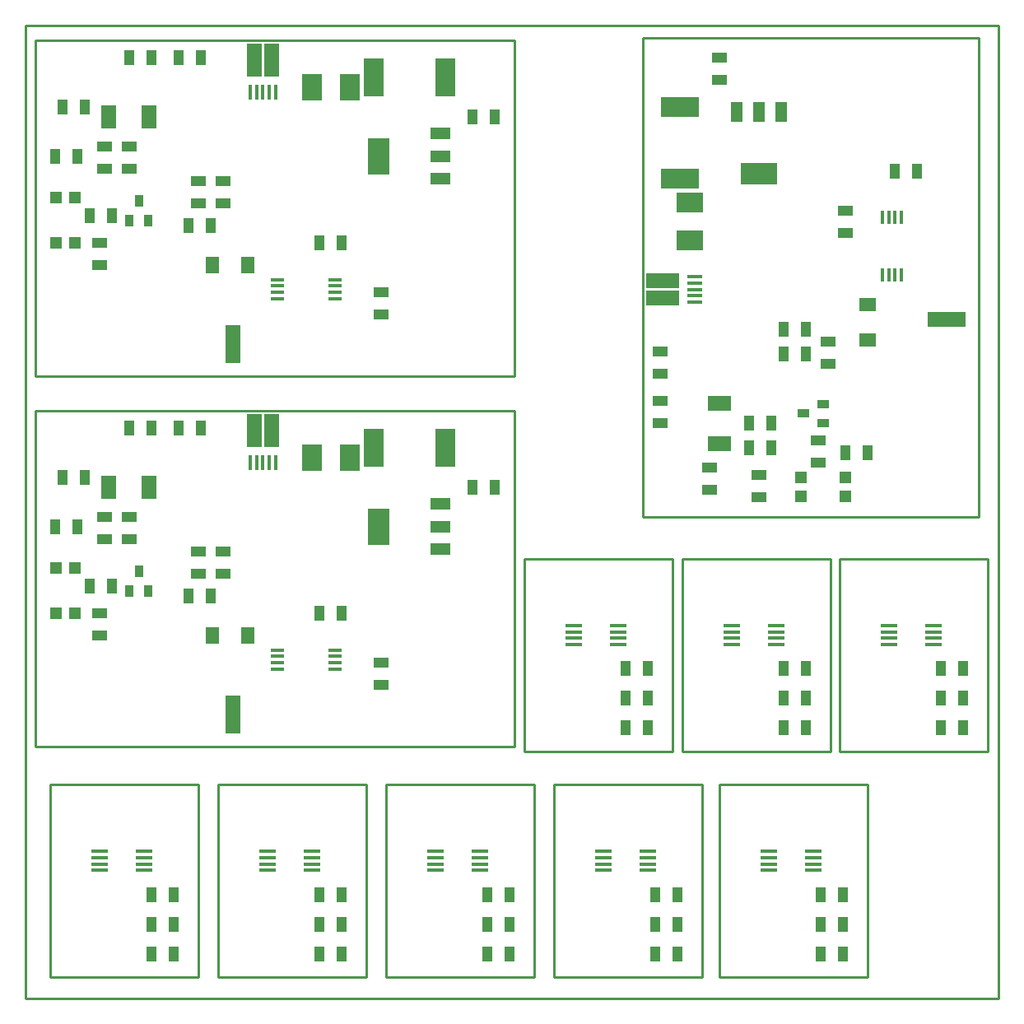
<source format=gtp>
%FSLAX25Y25*%
%MOIN*%
G70*
G01*
G75*
G04 Layer_Color=8421504*
%ADD10R,0.01772X0.06299*%
%ADD11R,0.06299X0.13386*%
%ADD12R,0.05512X0.01654*%
%ADD13R,0.04724X0.04724*%
%ADD14R,0.08465X0.05000*%
%ADD15R,0.09000X0.15000*%
%ADD16R,0.05906X0.03937*%
%ADD17R,0.03937X0.05906*%
%ADD18R,0.07874X0.11024*%
%ADD19R,0.03500X0.05000*%
%ADD20R,0.07874X0.15748*%
%ADD21R,0.06299X0.09449*%
%ADD22R,0.05512X0.07087*%
%ADD23R,0.05906X0.15748*%
%ADD24R,0.06299X0.01772*%
%ADD25R,0.13386X0.06299*%
%ADD26R,0.01654X0.05512*%
%ADD27R,0.04724X0.04724*%
%ADD28R,0.05000X0.08465*%
%ADD29R,0.15000X0.09000*%
%ADD30R,0.11024X0.07874*%
%ADD31R,0.15748X0.05906*%
%ADD32R,0.05000X0.03500*%
%ADD33R,0.15748X0.07874*%
%ADD34R,0.09449X0.06299*%
%ADD35R,0.07087X0.05512*%
%ADD36R,0.06600X0.01700*%
%ADD37C,0.02500*%
%ADD38C,0.02000*%
%ADD39C,0.03000*%
%ADD40C,0.01500*%
%ADD41C,0.04000*%
%ADD42C,0.01000*%
%ADD43C,0.01800*%
%ADD44R,0.01600X0.04800*%
%ADD45R,0.34200X0.03200*%
%ADD46R,0.14413X0.28346*%
%ADD47R,0.04800X0.01600*%
%ADD48R,0.03200X0.34200*%
%ADD49R,0.28346X0.14413*%
%ADD50C,0.15800*%
%ADD51R,0.05512X0.07874*%
%ADD52R,0.05118X0.07874*%
%ADD53C,0.07874*%
%ADD54R,0.07874X0.05512*%
%ADD55R,0.07874X0.05118*%
%ADD56C,0.05000*%
%ADD57C,0.04000*%
%ADD58C,0.06000*%
%ADD59C,0.03937*%
%ADD60R,0.09449X0.04724*%
%ADD61R,0.04724X0.11024*%
%ADD62R,0.03000X0.10000*%
%ADD63R,0.10000X0.20000*%
%ADD64R,0.06299X0.05512*%
%ADD65R,0.09843X0.14961*%
%ADD66R,0.04724X0.09449*%
%ADD67R,0.11024X0.04724*%
%ADD68R,0.10000X0.03000*%
%ADD69R,0.20000X0.10000*%
%ADD70R,0.05512X0.06299*%
%ADD71R,0.14961X0.09843*%
%ADD72R,0.03150X0.04724*%
%ADD73C,0.03500*%
%ADD74R,0.26400X0.28346*%
%ADD75R,0.28346X0.26400*%
%ADD76C,0.00200*%
%ADD77C,0.00591*%
%ADD78C,0.00394*%
%ADD79C,0.00787*%
%ADD80C,0.00500*%
%ADD81C,0.00050*%
%ADD82C,0.00800*%
%ADD83R,0.02300X0.06299*%
%ADD84R,0.06299X0.02300*%
D10*
X200982Y477100D02*
D03*
X211218D02*
D03*
X208659D02*
D03*
X203541D02*
D03*
X206100D02*
D03*
X200982Y327100D02*
D03*
X211218D02*
D03*
X208659D02*
D03*
X203541D02*
D03*
X206100D02*
D03*
D11*
X209643Y490092D02*
D03*
X202557D02*
D03*
X209643Y340092D02*
D03*
X202557D02*
D03*
D12*
X235328Y393423D02*
D03*
Y395982D02*
D03*
Y398541D02*
D03*
Y401100D02*
D03*
X212100Y393423D02*
D03*
Y395982D02*
D03*
Y398541D02*
D03*
Y401100D02*
D03*
X235328Y243423D02*
D03*
Y245982D02*
D03*
Y248541D02*
D03*
Y251100D02*
D03*
X212100Y243423D02*
D03*
Y245982D02*
D03*
Y248541D02*
D03*
Y251100D02*
D03*
D13*
X130037Y416045D02*
D03*
Y434155D02*
D03*
X122163D02*
D03*
Y416045D02*
D03*
X130037Y266045D02*
D03*
Y284155D02*
D03*
X122163D02*
D03*
Y266045D02*
D03*
D14*
X278100Y442045D02*
D03*
Y451100D02*
D03*
Y460155D02*
D03*
Y292045D02*
D03*
Y301100D02*
D03*
Y310155D02*
D03*
D15*
X252903Y451100D02*
D03*
Y301100D02*
D03*
D16*
X140100Y416100D02*
D03*
Y407100D02*
D03*
X152100Y446100D02*
D03*
Y455100D02*
D03*
X190100Y432100D02*
D03*
Y441100D02*
D03*
X180100Y432100D02*
D03*
Y441100D02*
D03*
X142100Y446100D02*
D03*
Y455100D02*
D03*
X254100Y396100D02*
D03*
Y387100D02*
D03*
Y246100D02*
D03*
Y237100D02*
D03*
X142100Y296100D02*
D03*
Y305100D02*
D03*
X180100Y282100D02*
D03*
Y291100D02*
D03*
X190100Y282100D02*
D03*
Y291100D02*
D03*
X152100Y296100D02*
D03*
Y305100D02*
D03*
X140100Y266100D02*
D03*
Y257100D02*
D03*
X430900Y336100D02*
D03*
Y327100D02*
D03*
X434900Y376100D02*
D03*
Y367100D02*
D03*
X366900Y352100D02*
D03*
Y343100D02*
D03*
X406900Y322100D02*
D03*
Y313100D02*
D03*
X366900Y372100D02*
D03*
Y363100D02*
D03*
X386900Y316100D02*
D03*
Y325100D02*
D03*
X441900Y420100D02*
D03*
Y429100D02*
D03*
X390900Y482100D02*
D03*
Y491100D02*
D03*
D17*
X145100Y427100D02*
D03*
X136100D02*
D03*
X185100Y423100D02*
D03*
X176100D02*
D03*
X161100Y491100D02*
D03*
X152100D02*
D03*
X131100Y451100D02*
D03*
X122100D02*
D03*
X181100Y491100D02*
D03*
X172100D02*
D03*
X125100Y471100D02*
D03*
X134100D02*
D03*
X229100Y416100D02*
D03*
X238100D02*
D03*
X291100Y467100D02*
D03*
X300100D02*
D03*
X291100Y317100D02*
D03*
X300100D02*
D03*
X229100Y266100D02*
D03*
X238100D02*
D03*
X125100Y321100D02*
D03*
X134100D02*
D03*
X181100Y341100D02*
D03*
X172100D02*
D03*
X131100Y301100D02*
D03*
X122100D02*
D03*
X161100Y341100D02*
D03*
X152100D02*
D03*
X185100Y273100D02*
D03*
X176100D02*
D03*
X145100Y277100D02*
D03*
X136100D02*
D03*
X441900Y331100D02*
D03*
X450900D02*
D03*
X411900Y343100D02*
D03*
X402900D02*
D03*
X425900Y381100D02*
D03*
X416900D02*
D03*
X425900Y371100D02*
D03*
X416900D02*
D03*
X411900Y333100D02*
D03*
X402900D02*
D03*
X461900Y445100D02*
D03*
X470900D02*
D03*
X170000Y128000D02*
D03*
X161000D02*
D03*
X170000Y152000D02*
D03*
X161000D02*
D03*
X170000Y140000D02*
D03*
X161000D02*
D03*
X238000D02*
D03*
X229000D02*
D03*
X238000Y152000D02*
D03*
X229000D02*
D03*
X238000Y128000D02*
D03*
X229000D02*
D03*
X374000D02*
D03*
X365000D02*
D03*
X374000Y152000D02*
D03*
X365000D02*
D03*
X374000Y140000D02*
D03*
X365000D02*
D03*
X306000D02*
D03*
X297000D02*
D03*
X306000Y152000D02*
D03*
X297000D02*
D03*
X306000Y128000D02*
D03*
X297000D02*
D03*
X441000Y140000D02*
D03*
X432000D02*
D03*
X441000Y152000D02*
D03*
X432000D02*
D03*
X441000Y128000D02*
D03*
X432000D02*
D03*
X489500Y219500D02*
D03*
X480500D02*
D03*
X489500Y243500D02*
D03*
X480500D02*
D03*
X489500Y231500D02*
D03*
X480500D02*
D03*
X362000Y219500D02*
D03*
X353000D02*
D03*
X362000Y243500D02*
D03*
X353000D02*
D03*
X362000Y231500D02*
D03*
X353000D02*
D03*
X426000D02*
D03*
X417000D02*
D03*
X426000Y243500D02*
D03*
X417000D02*
D03*
X426000Y219500D02*
D03*
X417000D02*
D03*
D18*
X241454Y479100D02*
D03*
X226100D02*
D03*
X241454Y329100D02*
D03*
X226100D02*
D03*
D19*
X152100Y425100D02*
D03*
X159580D02*
D03*
X155840Y432974D02*
D03*
X152100Y275100D02*
D03*
X159580D02*
D03*
X155840Y282974D02*
D03*
D20*
X250966Y483100D02*
D03*
X280100D02*
D03*
X250966Y333100D02*
D03*
X280100D02*
D03*
D21*
X160100Y467100D02*
D03*
X143565D02*
D03*
X160100Y317100D02*
D03*
X143565D02*
D03*
D22*
X200100Y407100D02*
D03*
X185533D02*
D03*
X200100Y257100D02*
D03*
X185533D02*
D03*
D23*
X194100Y375100D02*
D03*
Y225100D02*
D03*
D24*
X380900Y391982D02*
D03*
Y402218D02*
D03*
Y399659D02*
D03*
Y394541D02*
D03*
Y397100D02*
D03*
D25*
X367908Y400643D02*
D03*
Y393557D02*
D03*
D26*
X464577Y426328D02*
D03*
X462018D02*
D03*
X459459D02*
D03*
X456900D02*
D03*
X464577Y403100D02*
D03*
X462018D02*
D03*
X459459D02*
D03*
X456900D02*
D03*
D27*
X441955Y321037D02*
D03*
X423845D02*
D03*
Y313163D02*
D03*
X441955D02*
D03*
D28*
X415955Y469100D02*
D03*
X406900D02*
D03*
X397845D02*
D03*
D29*
X406900Y443903D02*
D03*
D30*
X378900Y432454D02*
D03*
Y417100D02*
D03*
D31*
X482900Y385100D02*
D03*
D32*
X432900Y343100D02*
D03*
Y350580D02*
D03*
X425026Y346840D02*
D03*
D33*
X374900Y441966D02*
D03*
Y471100D02*
D03*
D34*
X390900Y351100D02*
D03*
Y334565D02*
D03*
D35*
X450900Y391100D02*
D03*
Y376533D02*
D03*
D36*
X158110Y161823D02*
D03*
Y164382D02*
D03*
Y166941D02*
D03*
Y169500D02*
D03*
X140000Y161823D02*
D03*
Y164382D02*
D03*
Y166941D02*
D03*
Y169500D02*
D03*
X226110Y161823D02*
D03*
Y164382D02*
D03*
Y166941D02*
D03*
Y169500D02*
D03*
X208000Y161823D02*
D03*
Y164382D02*
D03*
Y166941D02*
D03*
Y169500D02*
D03*
X362110Y161823D02*
D03*
Y164382D02*
D03*
Y166941D02*
D03*
Y169500D02*
D03*
X344000Y161823D02*
D03*
Y164382D02*
D03*
Y166941D02*
D03*
Y169500D02*
D03*
X294110Y161823D02*
D03*
Y164382D02*
D03*
Y166941D02*
D03*
Y169500D02*
D03*
X276000Y161823D02*
D03*
Y164382D02*
D03*
Y166941D02*
D03*
Y169500D02*
D03*
X429110Y161823D02*
D03*
Y164382D02*
D03*
Y166941D02*
D03*
Y169500D02*
D03*
X411000Y161823D02*
D03*
Y164382D02*
D03*
Y166941D02*
D03*
Y169500D02*
D03*
X477610Y253323D02*
D03*
Y255882D02*
D03*
Y258441D02*
D03*
Y261000D02*
D03*
X459500Y253323D02*
D03*
Y255882D02*
D03*
Y258441D02*
D03*
Y261000D02*
D03*
X350110Y253323D02*
D03*
Y255882D02*
D03*
Y258441D02*
D03*
Y261000D02*
D03*
X332000Y253323D02*
D03*
Y255882D02*
D03*
Y258441D02*
D03*
Y261000D02*
D03*
X414110Y253323D02*
D03*
Y255882D02*
D03*
Y258441D02*
D03*
Y261000D02*
D03*
X396000Y253323D02*
D03*
Y255882D02*
D03*
Y258441D02*
D03*
Y261000D02*
D03*
D42*
X110000Y110000D02*
Y504000D01*
Y110000D02*
X504000D01*
Y504000D01*
X110000D02*
X504000D01*
X308100Y362100D02*
Y498100D01*
X114100D02*
X308100D01*
X114100Y362100D02*
X308100D01*
X114100D02*
Y498100D01*
Y212100D02*
Y348100D01*
Y212100D02*
X308100D01*
X114100Y348100D02*
X308100D01*
Y212100D02*
Y348100D01*
X359900Y499100D02*
X495900D01*
X359900Y305100D02*
Y499100D01*
X495900Y305100D02*
Y499100D01*
X359900Y305100D02*
X495900D01*
X120000Y196500D02*
X180000D01*
X120000Y118500D02*
Y196500D01*
Y118500D02*
X180000D01*
Y196500D01*
X248000Y118500D02*
Y196500D01*
X188000Y118500D02*
X248000D01*
X188000D02*
Y196500D01*
X248000D01*
X324000D02*
X384000D01*
X324000Y118500D02*
Y196500D01*
Y118500D02*
X384000D01*
Y196500D01*
X316000Y118500D02*
Y196500D01*
X256000Y118500D02*
X316000D01*
X256000D02*
Y196500D01*
X316000D01*
X451000Y118500D02*
Y196500D01*
X391000Y118500D02*
X451000D01*
X391000D02*
Y196500D01*
X451000D01*
X439500Y288000D02*
X499500D01*
X439500Y210000D02*
Y288000D01*
Y210000D02*
X499500D01*
Y288000D01*
X312000D02*
X372000D01*
X312000Y210000D02*
Y288000D01*
Y210000D02*
X372000D01*
Y288000D01*
X436000Y210000D02*
Y288000D01*
X376000Y210000D02*
X436000D01*
X376000D02*
Y288000D01*
X436000D01*
M02*

</source>
